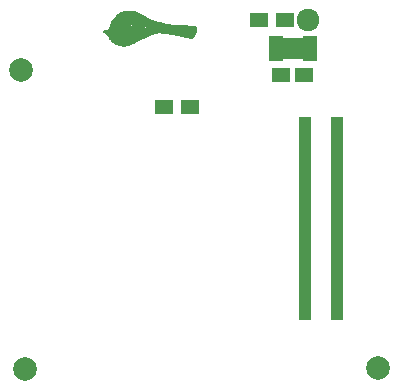
<source format=gbs>
G04 #@! TF.FileFunction,Soldermask,Bot*
%FSLAX46Y46*%
G04 Gerber Fmt 4.6, Leading zero omitted, Abs format (unit mm)*
G04 Created by KiCad (PCBNEW 4.0.1-stable) date Tuesday, March 08, 2016 'AMt' 11:46:43 AM*
%MOMM*%
G01*
G04 APERTURE LIST*
%ADD10C,0.100000*%
%ADD11C,0.010000*%
%ADD12C,2.000000*%
%ADD13R,1.060000X0.630000*%
%ADD14R,1.060000X0.750000*%
%ADD15R,1.600000X1.150000*%
%ADD16R,1.150000X0.700000*%
%ADD17R,1.275000X1.125000*%
%ADD18R,1.600000X1.300000*%
%ADD19C,1.924000*%
G04 APERTURE END LIST*
D10*
D11*
G36*
X142941031Y-93376897D02*
X142978866Y-93375122D01*
X143014763Y-93372050D01*
X143050412Y-93367549D01*
X143087499Y-93361488D01*
X143112537Y-93356774D01*
X143149505Y-93349127D01*
X143184770Y-93340944D01*
X143219378Y-93331892D01*
X143254376Y-93321636D01*
X143290809Y-93309844D01*
X143329722Y-93296182D01*
X143372161Y-93280316D01*
X143419173Y-93261912D01*
X143454737Y-93247594D01*
X143501958Y-93228195D01*
X143549898Y-93208057D01*
X143598959Y-93186989D01*
X143649547Y-93164801D01*
X143702066Y-93141305D01*
X143756921Y-93116311D01*
X143814514Y-93089628D01*
X143875251Y-93061068D01*
X143939536Y-93030441D01*
X144007773Y-92997558D01*
X144080365Y-92962228D01*
X144157719Y-92924263D01*
X144240236Y-92883472D01*
X144328323Y-92839667D01*
X144386085Y-92810823D01*
X144467799Y-92770036D01*
X144543732Y-92732302D01*
X144614358Y-92697404D01*
X144680149Y-92665125D01*
X144741577Y-92635248D01*
X144799115Y-92607556D01*
X144853235Y-92581833D01*
X144904409Y-92557862D01*
X144953111Y-92535425D01*
X144999811Y-92514305D01*
X145044982Y-92494286D01*
X145089097Y-92475152D01*
X145132629Y-92456684D01*
X145176049Y-92438666D01*
X145219829Y-92420881D01*
X145264443Y-92403112D01*
X145310363Y-92385143D01*
X145327542Y-92378491D01*
X145351524Y-92369207D01*
X145373788Y-92360545D01*
X145393348Y-92352891D01*
X145409219Y-92346634D01*
X145420414Y-92342160D01*
X145425784Y-92339930D01*
X145435832Y-92335427D01*
X145420698Y-92316151D01*
X145408889Y-92302098D01*
X145392920Y-92284518D01*
X145373921Y-92264551D01*
X145353023Y-92243337D01*
X145331357Y-92222014D01*
X145310055Y-92201723D01*
X145290246Y-92183603D01*
X145281681Y-92176080D01*
X145206102Y-92114961D01*
X145124352Y-92056762D01*
X145036747Y-92001625D01*
X144943601Y-91949694D01*
X144845231Y-91901114D01*
X144741952Y-91856027D01*
X144634079Y-91814578D01*
X144521928Y-91776909D01*
X144405814Y-91743165D01*
X144286054Y-91713490D01*
X144246278Y-91704719D01*
X144187253Y-91692433D01*
X144133414Y-91681987D01*
X144083205Y-91673123D01*
X144035074Y-91665587D01*
X143987469Y-91659123D01*
X143938835Y-91653474D01*
X143928778Y-91652412D01*
X143908732Y-91650815D01*
X143883512Y-91649562D01*
X143854439Y-91648652D01*
X143822833Y-91648087D01*
X143790014Y-91647866D01*
X143757303Y-91647989D01*
X143726020Y-91648457D01*
X143697485Y-91649270D01*
X143673019Y-91650428D01*
X143653941Y-91651931D01*
X143650083Y-91652371D01*
X143579587Y-91663641D01*
X143514668Y-91679223D01*
X143455314Y-91699125D01*
X143401511Y-91723358D01*
X143353246Y-91751929D01*
X143310506Y-91784848D01*
X143273275Y-91822125D01*
X143241542Y-91863767D01*
X143215292Y-91909784D01*
X143195814Y-91956444D01*
X143186564Y-91984664D01*
X143179950Y-92010210D01*
X143175611Y-92035330D01*
X143173189Y-92062274D01*
X143172323Y-92093290D01*
X143172311Y-92103310D01*
X143172506Y-92160217D01*
X143149541Y-92162570D01*
X143126577Y-92164922D01*
X143076819Y-92130990D01*
X143077261Y-92081641D01*
X143081246Y-92023410D01*
X143092027Y-91966659D01*
X143109427Y-91911805D01*
X143133267Y-91859268D01*
X143163369Y-91809464D01*
X143199554Y-91762812D01*
X143224774Y-91735845D01*
X143265410Y-91699000D01*
X143309140Y-91666629D01*
X143356472Y-91638509D01*
X143407911Y-91614416D01*
X143463966Y-91594127D01*
X143525143Y-91577416D01*
X143591948Y-91564062D01*
X143625389Y-91558887D01*
X143646455Y-91556611D01*
X143673303Y-91554815D01*
X143704675Y-91553500D01*
X143739315Y-91552666D01*
X143775966Y-91552312D01*
X143813369Y-91552438D01*
X143850269Y-91553044D01*
X143885407Y-91554130D01*
X143917526Y-91555697D01*
X143945370Y-91557743D01*
X143957000Y-91558912D01*
X144071247Y-91574085D01*
X144186379Y-91593945D01*
X144301524Y-91618230D01*
X144415809Y-91646679D01*
X144528359Y-91679031D01*
X144638303Y-91715025D01*
X144744766Y-91754400D01*
X144846876Y-91796894D01*
X144943760Y-91842246D01*
X144998608Y-91870502D01*
X145081718Y-91917249D01*
X145160658Y-91966369D01*
X145234981Y-92017513D01*
X145304241Y-92070332D01*
X145367993Y-92124478D01*
X145425791Y-92179603D01*
X145477188Y-92235357D01*
X145498880Y-92261520D01*
X145513589Y-92279428D01*
X145524647Y-92291741D01*
X145532321Y-92298733D01*
X145536878Y-92300678D01*
X145537106Y-92300627D01*
X145551682Y-92296988D01*
X145572129Y-92292861D01*
X145597296Y-92288412D01*
X145626029Y-92283807D01*
X145657174Y-92279213D01*
X145689579Y-92274796D01*
X145722091Y-92270724D01*
X145753556Y-92267163D01*
X145782821Y-92264280D01*
X145796736Y-92263107D01*
X145826996Y-92261370D01*
X145860509Y-92260689D01*
X145897721Y-92261091D01*
X145939075Y-92262602D01*
X145985017Y-92265250D01*
X146035991Y-92269062D01*
X146092441Y-92274063D01*
X146154812Y-92280281D01*
X146223548Y-92287744D01*
X146244764Y-92290147D01*
X146342696Y-92301961D01*
X146447110Y-92315747D01*
X146557726Y-92331456D01*
X146674267Y-92349038D01*
X146796454Y-92368441D01*
X146924011Y-92389614D01*
X147056657Y-92412508D01*
X147194117Y-92437072D01*
X147336110Y-92463254D01*
X147482360Y-92491005D01*
X147632588Y-92520273D01*
X147786517Y-92551009D01*
X147943867Y-92583160D01*
X148104361Y-92616678D01*
X148267721Y-92651511D01*
X148433669Y-92687608D01*
X148461972Y-92693834D01*
X148493505Y-92700732D01*
X148523573Y-92707213D01*
X148551326Y-92713101D01*
X148575913Y-92718220D01*
X148596484Y-92722393D01*
X148612186Y-92725444D01*
X148622170Y-92727196D01*
X148624250Y-92727480D01*
X148651629Y-92727397D01*
X148680597Y-92721802D01*
X148709337Y-92711360D01*
X148736032Y-92696737D01*
X148758863Y-92678600D01*
X148759577Y-92677903D01*
X148770334Y-92665542D01*
X148783559Y-92647416D01*
X148798873Y-92624218D01*
X148815898Y-92596638D01*
X148834253Y-92565367D01*
X148853562Y-92531098D01*
X148873444Y-92494521D01*
X148893521Y-92456329D01*
X148913415Y-92417211D01*
X148932747Y-92377861D01*
X148951137Y-92338969D01*
X148968208Y-92301226D01*
X148976938Y-92281112D01*
X149004418Y-92212172D01*
X149026295Y-92147247D01*
X149042564Y-92086369D01*
X149053220Y-92029572D01*
X149058258Y-91976888D01*
X149057674Y-91928350D01*
X149051462Y-91883992D01*
X149040303Y-91845645D01*
X149030721Y-91825383D01*
X149017158Y-91803470D01*
X149001359Y-91782372D01*
X148985072Y-91764559D01*
X148979089Y-91759140D01*
X148963700Y-91747229D01*
X148947081Y-91736713D01*
X148928689Y-91727482D01*
X148907978Y-91719426D01*
X148884406Y-91712435D01*
X148857427Y-91706398D01*
X148826498Y-91701206D01*
X148791074Y-91696748D01*
X148750612Y-91692914D01*
X148704567Y-91689595D01*
X148652396Y-91686679D01*
X148611903Y-91684818D01*
X148592132Y-91684039D01*
X148566304Y-91683124D01*
X148535416Y-91682103D01*
X148500464Y-91681006D01*
X148462446Y-91679863D01*
X148422357Y-91678706D01*
X148381195Y-91677563D01*
X148339956Y-91676466D01*
X148319097Y-91675930D01*
X148213132Y-91673135D01*
X148113623Y-91670272D01*
X148019971Y-91667312D01*
X147931576Y-91664226D01*
X147847840Y-91660984D01*
X147768162Y-91657556D01*
X147691944Y-91653914D01*
X147618587Y-91650028D01*
X147547491Y-91645868D01*
X147478056Y-91641405D01*
X147409683Y-91636610D01*
X147341774Y-91631452D01*
X147273729Y-91625904D01*
X147237833Y-91622832D01*
X147085425Y-91608516D01*
X146938916Y-91592499D01*
X146797314Y-91574574D01*
X146659629Y-91554538D01*
X146524869Y-91532187D01*
X146392042Y-91507314D01*
X146260156Y-91479717D01*
X146128221Y-91449189D01*
X145995244Y-91415527D01*
X145860234Y-91378526D01*
X145722199Y-91337982D01*
X145580149Y-91293689D01*
X145472181Y-91258484D01*
X145415529Y-91239585D01*
X145363101Y-91221819D01*
X145314324Y-91204921D01*
X145268627Y-91188623D01*
X145225437Y-91172660D01*
X145184184Y-91156765D01*
X145144295Y-91140673D01*
X145105199Y-91124116D01*
X145066325Y-91106830D01*
X145027099Y-91088548D01*
X144986952Y-91069003D01*
X144945310Y-91047929D01*
X144901602Y-91025061D01*
X144855257Y-91000131D01*
X144805703Y-90972875D01*
X144752368Y-90943025D01*
X144694680Y-90910316D01*
X144632068Y-90874481D01*
X144567306Y-90837185D01*
X144517113Y-90808257D01*
X144472343Y-90782550D01*
X144432339Y-90759702D01*
X144396445Y-90739352D01*
X144364006Y-90721137D01*
X144334365Y-90704697D01*
X144306866Y-90689670D01*
X144280853Y-90675693D01*
X144255670Y-90662406D01*
X144230662Y-90649446D01*
X144205172Y-90636451D01*
X144182778Y-90625180D01*
X144117461Y-90593259D01*
X144056674Y-90565298D01*
X143999369Y-90540936D01*
X143944501Y-90519812D01*
X143891022Y-90501564D01*
X143837885Y-90485831D01*
X143784043Y-90472252D01*
X143728449Y-90460463D01*
X143680975Y-90451906D01*
X143621699Y-90442525D01*
X143567114Y-90435151D01*
X143515196Y-90429623D01*
X143463926Y-90425777D01*
X143411279Y-90423450D01*
X143355234Y-90422478D01*
X143316708Y-90422491D01*
X143290120Y-90422691D01*
X143265076Y-90422949D01*
X143242670Y-90423249D01*
X143223997Y-90423574D01*
X143210149Y-90423908D01*
X143202223Y-90424233D01*
X143202056Y-90424245D01*
X143111009Y-90433260D01*
X143021200Y-90446904D01*
X142933485Y-90464958D01*
X142848718Y-90487202D01*
X142767756Y-90513417D01*
X142691455Y-90543381D01*
X142633791Y-90570183D01*
X142547957Y-90617081D01*
X142464330Y-90670623D01*
X142382988Y-90730727D01*
X142304006Y-90797310D01*
X142227461Y-90870292D01*
X142153429Y-90949589D01*
X142081985Y-91035121D01*
X142013207Y-91126804D01*
X141947171Y-91224558D01*
X141883952Y-91328299D01*
X141823627Y-91437947D01*
X141819300Y-91446254D01*
X141782293Y-91521266D01*
X141747779Y-91599011D01*
X141715400Y-91680420D01*
X141684798Y-91766426D01*
X141655612Y-91857961D01*
X141639110Y-91914242D01*
X141631543Y-91940831D01*
X141385806Y-92039956D01*
X141346329Y-92055931D01*
X141308813Y-92071209D01*
X141273766Y-92085578D01*
X141241694Y-92098827D01*
X141213102Y-92110743D01*
X141188498Y-92121113D01*
X141168388Y-92129726D01*
X141153278Y-92136370D01*
X141143674Y-92140832D01*
X141140083Y-92142899D01*
X141140069Y-92142945D01*
X141142644Y-92145822D01*
X141150115Y-92153035D01*
X141162098Y-92164238D01*
X141178213Y-92179083D01*
X141198078Y-92197224D01*
X141221310Y-92218314D01*
X141247529Y-92242006D01*
X141276351Y-92267952D01*
X141307395Y-92295807D01*
X141340280Y-92325222D01*
X141365847Y-92348034D01*
X141591625Y-92549259D01*
X141606003Y-92588978D01*
X141634338Y-92659052D01*
X141667586Y-92725955D01*
X141706152Y-92790293D01*
X141750445Y-92852676D01*
X141800870Y-92913713D01*
X141857835Y-92974010D01*
X141874224Y-92990083D01*
X141941538Y-93050261D01*
X142014130Y-93105941D01*
X142091734Y-93156990D01*
X142174086Y-93203278D01*
X142260921Y-93244670D01*
X142351974Y-93281036D01*
X142446979Y-93312242D01*
X142545671Y-93338158D01*
X142591750Y-93348166D01*
X142636147Y-93356803D01*
X142675869Y-93363573D01*
X142712979Y-93368705D01*
X142749540Y-93372428D01*
X142787614Y-93374971D01*
X142829265Y-93376561D01*
X142852806Y-93377084D01*
X142899574Y-93377507D01*
X142941031Y-93376897D01*
X142941031Y-93376897D01*
G37*
X142941031Y-93376897D02*
X142978866Y-93375122D01*
X143014763Y-93372050D01*
X143050412Y-93367549D01*
X143087499Y-93361488D01*
X143112537Y-93356774D01*
X143149505Y-93349127D01*
X143184770Y-93340944D01*
X143219378Y-93331892D01*
X143254376Y-93321636D01*
X143290809Y-93309844D01*
X143329722Y-93296182D01*
X143372161Y-93280316D01*
X143419173Y-93261912D01*
X143454737Y-93247594D01*
X143501958Y-93228195D01*
X143549898Y-93208057D01*
X143598959Y-93186989D01*
X143649547Y-93164801D01*
X143702066Y-93141305D01*
X143756921Y-93116311D01*
X143814514Y-93089628D01*
X143875251Y-93061068D01*
X143939536Y-93030441D01*
X144007773Y-92997558D01*
X144080365Y-92962228D01*
X144157719Y-92924263D01*
X144240236Y-92883472D01*
X144328323Y-92839667D01*
X144386085Y-92810823D01*
X144467799Y-92770036D01*
X144543732Y-92732302D01*
X144614358Y-92697404D01*
X144680149Y-92665125D01*
X144741577Y-92635248D01*
X144799115Y-92607556D01*
X144853235Y-92581833D01*
X144904409Y-92557862D01*
X144953111Y-92535425D01*
X144999811Y-92514305D01*
X145044982Y-92494286D01*
X145089097Y-92475152D01*
X145132629Y-92456684D01*
X145176049Y-92438666D01*
X145219829Y-92420881D01*
X145264443Y-92403112D01*
X145310363Y-92385143D01*
X145327542Y-92378491D01*
X145351524Y-92369207D01*
X145373788Y-92360545D01*
X145393348Y-92352891D01*
X145409219Y-92346634D01*
X145420414Y-92342160D01*
X145425784Y-92339930D01*
X145435832Y-92335427D01*
X145420698Y-92316151D01*
X145408889Y-92302098D01*
X145392920Y-92284518D01*
X145373921Y-92264551D01*
X145353023Y-92243337D01*
X145331357Y-92222014D01*
X145310055Y-92201723D01*
X145290246Y-92183603D01*
X145281681Y-92176080D01*
X145206102Y-92114961D01*
X145124352Y-92056762D01*
X145036747Y-92001625D01*
X144943601Y-91949694D01*
X144845231Y-91901114D01*
X144741952Y-91856027D01*
X144634079Y-91814578D01*
X144521928Y-91776909D01*
X144405814Y-91743165D01*
X144286054Y-91713490D01*
X144246278Y-91704719D01*
X144187253Y-91692433D01*
X144133414Y-91681987D01*
X144083205Y-91673123D01*
X144035074Y-91665587D01*
X143987469Y-91659123D01*
X143938835Y-91653474D01*
X143928778Y-91652412D01*
X143908732Y-91650815D01*
X143883512Y-91649562D01*
X143854439Y-91648652D01*
X143822833Y-91648087D01*
X143790014Y-91647866D01*
X143757303Y-91647989D01*
X143726020Y-91648457D01*
X143697485Y-91649270D01*
X143673019Y-91650428D01*
X143653941Y-91651931D01*
X143650083Y-91652371D01*
X143579587Y-91663641D01*
X143514668Y-91679223D01*
X143455314Y-91699125D01*
X143401511Y-91723358D01*
X143353246Y-91751929D01*
X143310506Y-91784848D01*
X143273275Y-91822125D01*
X143241542Y-91863767D01*
X143215292Y-91909784D01*
X143195814Y-91956444D01*
X143186564Y-91984664D01*
X143179950Y-92010210D01*
X143175611Y-92035330D01*
X143173189Y-92062274D01*
X143172323Y-92093290D01*
X143172311Y-92103310D01*
X143172506Y-92160217D01*
X143149541Y-92162570D01*
X143126577Y-92164922D01*
X143076819Y-92130990D01*
X143077261Y-92081641D01*
X143081246Y-92023410D01*
X143092027Y-91966659D01*
X143109427Y-91911805D01*
X143133267Y-91859268D01*
X143163369Y-91809464D01*
X143199554Y-91762812D01*
X143224774Y-91735845D01*
X143265410Y-91699000D01*
X143309140Y-91666629D01*
X143356472Y-91638509D01*
X143407911Y-91614416D01*
X143463966Y-91594127D01*
X143525143Y-91577416D01*
X143591948Y-91564062D01*
X143625389Y-91558887D01*
X143646455Y-91556611D01*
X143673303Y-91554815D01*
X143704675Y-91553500D01*
X143739315Y-91552666D01*
X143775966Y-91552312D01*
X143813369Y-91552438D01*
X143850269Y-91553044D01*
X143885407Y-91554130D01*
X143917526Y-91555697D01*
X143945370Y-91557743D01*
X143957000Y-91558912D01*
X144071247Y-91574085D01*
X144186379Y-91593945D01*
X144301524Y-91618230D01*
X144415809Y-91646679D01*
X144528359Y-91679031D01*
X144638303Y-91715025D01*
X144744766Y-91754400D01*
X144846876Y-91796894D01*
X144943760Y-91842246D01*
X144998608Y-91870502D01*
X145081718Y-91917249D01*
X145160658Y-91966369D01*
X145234981Y-92017513D01*
X145304241Y-92070332D01*
X145367993Y-92124478D01*
X145425791Y-92179603D01*
X145477188Y-92235357D01*
X145498880Y-92261520D01*
X145513589Y-92279428D01*
X145524647Y-92291741D01*
X145532321Y-92298733D01*
X145536878Y-92300678D01*
X145537106Y-92300627D01*
X145551682Y-92296988D01*
X145572129Y-92292861D01*
X145597296Y-92288412D01*
X145626029Y-92283807D01*
X145657174Y-92279213D01*
X145689579Y-92274796D01*
X145722091Y-92270724D01*
X145753556Y-92267163D01*
X145782821Y-92264280D01*
X145796736Y-92263107D01*
X145826996Y-92261370D01*
X145860509Y-92260689D01*
X145897721Y-92261091D01*
X145939075Y-92262602D01*
X145985017Y-92265250D01*
X146035991Y-92269062D01*
X146092441Y-92274063D01*
X146154812Y-92280281D01*
X146223548Y-92287744D01*
X146244764Y-92290147D01*
X146342696Y-92301961D01*
X146447110Y-92315747D01*
X146557726Y-92331456D01*
X146674267Y-92349038D01*
X146796454Y-92368441D01*
X146924011Y-92389614D01*
X147056657Y-92412508D01*
X147194117Y-92437072D01*
X147336110Y-92463254D01*
X147482360Y-92491005D01*
X147632588Y-92520273D01*
X147786517Y-92551009D01*
X147943867Y-92583160D01*
X148104361Y-92616678D01*
X148267721Y-92651511D01*
X148433669Y-92687608D01*
X148461972Y-92693834D01*
X148493505Y-92700732D01*
X148523573Y-92707213D01*
X148551326Y-92713101D01*
X148575913Y-92718220D01*
X148596484Y-92722393D01*
X148612186Y-92725444D01*
X148622170Y-92727196D01*
X148624250Y-92727480D01*
X148651629Y-92727397D01*
X148680597Y-92721802D01*
X148709337Y-92711360D01*
X148736032Y-92696737D01*
X148758863Y-92678600D01*
X148759577Y-92677903D01*
X148770334Y-92665542D01*
X148783559Y-92647416D01*
X148798873Y-92624218D01*
X148815898Y-92596638D01*
X148834253Y-92565367D01*
X148853562Y-92531098D01*
X148873444Y-92494521D01*
X148893521Y-92456329D01*
X148913415Y-92417211D01*
X148932747Y-92377861D01*
X148951137Y-92338969D01*
X148968208Y-92301226D01*
X148976938Y-92281112D01*
X149004418Y-92212172D01*
X149026295Y-92147247D01*
X149042564Y-92086369D01*
X149053220Y-92029572D01*
X149058258Y-91976888D01*
X149057674Y-91928350D01*
X149051462Y-91883992D01*
X149040303Y-91845645D01*
X149030721Y-91825383D01*
X149017158Y-91803470D01*
X149001359Y-91782372D01*
X148985072Y-91764559D01*
X148979089Y-91759140D01*
X148963700Y-91747229D01*
X148947081Y-91736713D01*
X148928689Y-91727482D01*
X148907978Y-91719426D01*
X148884406Y-91712435D01*
X148857427Y-91706398D01*
X148826498Y-91701206D01*
X148791074Y-91696748D01*
X148750612Y-91692914D01*
X148704567Y-91689595D01*
X148652396Y-91686679D01*
X148611903Y-91684818D01*
X148592132Y-91684039D01*
X148566304Y-91683124D01*
X148535416Y-91682103D01*
X148500464Y-91681006D01*
X148462446Y-91679863D01*
X148422357Y-91678706D01*
X148381195Y-91677563D01*
X148339956Y-91676466D01*
X148319097Y-91675930D01*
X148213132Y-91673135D01*
X148113623Y-91670272D01*
X148019971Y-91667312D01*
X147931576Y-91664226D01*
X147847840Y-91660984D01*
X147768162Y-91657556D01*
X147691944Y-91653914D01*
X147618587Y-91650028D01*
X147547491Y-91645868D01*
X147478056Y-91641405D01*
X147409683Y-91636610D01*
X147341774Y-91631452D01*
X147273729Y-91625904D01*
X147237833Y-91622832D01*
X147085425Y-91608516D01*
X146938916Y-91592499D01*
X146797314Y-91574574D01*
X146659629Y-91554538D01*
X146524869Y-91532187D01*
X146392042Y-91507314D01*
X146260156Y-91479717D01*
X146128221Y-91449189D01*
X145995244Y-91415527D01*
X145860234Y-91378526D01*
X145722199Y-91337982D01*
X145580149Y-91293689D01*
X145472181Y-91258484D01*
X145415529Y-91239585D01*
X145363101Y-91221819D01*
X145314324Y-91204921D01*
X145268627Y-91188623D01*
X145225437Y-91172660D01*
X145184184Y-91156765D01*
X145144295Y-91140673D01*
X145105199Y-91124116D01*
X145066325Y-91106830D01*
X145027099Y-91088548D01*
X144986952Y-91069003D01*
X144945310Y-91047929D01*
X144901602Y-91025061D01*
X144855257Y-91000131D01*
X144805703Y-90972875D01*
X144752368Y-90943025D01*
X144694680Y-90910316D01*
X144632068Y-90874481D01*
X144567306Y-90837185D01*
X144517113Y-90808257D01*
X144472343Y-90782550D01*
X144432339Y-90759702D01*
X144396445Y-90739352D01*
X144364006Y-90721137D01*
X144334365Y-90704697D01*
X144306866Y-90689670D01*
X144280853Y-90675693D01*
X144255670Y-90662406D01*
X144230662Y-90649446D01*
X144205172Y-90636451D01*
X144182778Y-90625180D01*
X144117461Y-90593259D01*
X144056674Y-90565298D01*
X143999369Y-90540936D01*
X143944501Y-90519812D01*
X143891022Y-90501564D01*
X143837885Y-90485831D01*
X143784043Y-90472252D01*
X143728449Y-90460463D01*
X143680975Y-90451906D01*
X143621699Y-90442525D01*
X143567114Y-90435151D01*
X143515196Y-90429623D01*
X143463926Y-90425777D01*
X143411279Y-90423450D01*
X143355234Y-90422478D01*
X143316708Y-90422491D01*
X143290120Y-90422691D01*
X143265076Y-90422949D01*
X143242670Y-90423249D01*
X143223997Y-90423574D01*
X143210149Y-90423908D01*
X143202223Y-90424233D01*
X143202056Y-90424245D01*
X143111009Y-90433260D01*
X143021200Y-90446904D01*
X142933485Y-90464958D01*
X142848718Y-90487202D01*
X142767756Y-90513417D01*
X142691455Y-90543381D01*
X142633791Y-90570183D01*
X142547957Y-90617081D01*
X142464330Y-90670623D01*
X142382988Y-90730727D01*
X142304006Y-90797310D01*
X142227461Y-90870292D01*
X142153429Y-90949589D01*
X142081985Y-91035121D01*
X142013207Y-91126804D01*
X141947171Y-91224558D01*
X141883952Y-91328299D01*
X141823627Y-91437947D01*
X141819300Y-91446254D01*
X141782293Y-91521266D01*
X141747779Y-91599011D01*
X141715400Y-91680420D01*
X141684798Y-91766426D01*
X141655612Y-91857961D01*
X141639110Y-91914242D01*
X141631543Y-91940831D01*
X141385806Y-92039956D01*
X141346329Y-92055931D01*
X141308813Y-92071209D01*
X141273766Y-92085578D01*
X141241694Y-92098827D01*
X141213102Y-92110743D01*
X141188498Y-92121113D01*
X141168388Y-92129726D01*
X141153278Y-92136370D01*
X141143674Y-92140832D01*
X141140083Y-92142899D01*
X141140069Y-92142945D01*
X141142644Y-92145822D01*
X141150115Y-92153035D01*
X141162098Y-92164238D01*
X141178213Y-92179083D01*
X141198078Y-92197224D01*
X141221310Y-92218314D01*
X141247529Y-92242006D01*
X141276351Y-92267952D01*
X141307395Y-92295807D01*
X141340280Y-92325222D01*
X141365847Y-92348034D01*
X141591625Y-92549259D01*
X141606003Y-92588978D01*
X141634338Y-92659052D01*
X141667586Y-92725955D01*
X141706152Y-92790293D01*
X141750445Y-92852676D01*
X141800870Y-92913713D01*
X141857835Y-92974010D01*
X141874224Y-92990083D01*
X141941538Y-93050261D01*
X142014130Y-93105941D01*
X142091734Y-93156990D01*
X142174086Y-93203278D01*
X142260921Y-93244670D01*
X142351974Y-93281036D01*
X142446979Y-93312242D01*
X142545671Y-93338158D01*
X142591750Y-93348166D01*
X142636147Y-93356803D01*
X142675869Y-93363573D01*
X142712979Y-93368705D01*
X142749540Y-93372428D01*
X142787614Y-93374971D01*
X142829265Y-93376561D01*
X142852806Y-93377084D01*
X142899574Y-93377507D01*
X142941031Y-93376897D01*
D12*
X134250000Y-95420000D03*
X164460000Y-120650000D03*
X134580000Y-120750000D03*
D13*
X161005000Y-115800000D03*
X158295000Y-115800000D03*
X161005000Y-100200000D03*
X158295000Y-100200000D03*
X161005000Y-115400000D03*
X161005000Y-115000000D03*
X161005000Y-114600000D03*
X161005000Y-114200000D03*
X161005000Y-113800000D03*
X161005000Y-113400000D03*
X161005000Y-113000000D03*
X161005000Y-112600000D03*
X161005000Y-112200000D03*
X161005000Y-111800000D03*
X161005000Y-111400000D03*
X161005000Y-111000000D03*
X161005000Y-110600000D03*
X161005000Y-110200000D03*
X161005000Y-109800000D03*
X161005000Y-109400000D03*
X161005000Y-109000000D03*
X161005000Y-108600000D03*
X161005000Y-108200000D03*
X161005000Y-107800000D03*
X161005000Y-107400000D03*
X161005000Y-107000000D03*
X161005000Y-106600000D03*
X161005000Y-106200000D03*
X161005000Y-105800000D03*
X161005000Y-105400000D03*
X161005000Y-105000000D03*
X161005000Y-104600000D03*
X161005000Y-104200000D03*
X161005000Y-103800000D03*
X161005000Y-103400000D03*
X161005000Y-103000000D03*
X161005000Y-102600000D03*
X161005000Y-102200000D03*
X161005000Y-101800000D03*
X161005000Y-101400000D03*
X161005000Y-101000000D03*
X161005000Y-100600000D03*
D14*
X161005000Y-99725000D03*
X158295000Y-99725000D03*
X161005000Y-116275000D03*
X158295000Y-116275000D03*
D13*
X158295000Y-100600000D03*
X158295000Y-101000000D03*
X158295000Y-101400000D03*
X158295000Y-101800000D03*
X158295000Y-102200000D03*
X158295000Y-102600000D03*
X158295000Y-103000000D03*
X158295000Y-103400000D03*
X158295000Y-103800000D03*
X158295000Y-104200000D03*
X158295000Y-104600000D03*
X158295000Y-105000000D03*
X158295000Y-105400000D03*
X158295000Y-105800000D03*
X158295000Y-106200000D03*
X158295000Y-106600000D03*
X158295000Y-107000000D03*
X158295000Y-107400000D03*
X158295000Y-107800000D03*
X158295000Y-108200000D03*
X158295000Y-108600000D03*
X158295000Y-109000000D03*
X158295000Y-109400000D03*
X158295000Y-109800000D03*
X158295000Y-110200000D03*
X158295000Y-110600000D03*
X158295000Y-111000000D03*
X158295000Y-111400000D03*
X158295000Y-111800000D03*
X158295000Y-112200000D03*
X158295000Y-112600000D03*
X158295000Y-113000000D03*
X158295000Y-113400000D03*
X158295000Y-113800000D03*
X158295000Y-114200000D03*
X158295000Y-114600000D03*
X158295000Y-115000000D03*
X158295000Y-115400000D03*
D15*
X156250000Y-95900000D03*
X158150000Y-95900000D03*
D16*
X158712500Y-92862500D03*
X158712500Y-93362500D03*
X158712500Y-93862500D03*
X158712500Y-94362500D03*
X155812500Y-94362500D03*
X155812500Y-93862500D03*
X155812500Y-93362500D03*
X155812500Y-92862500D03*
D17*
X156825000Y-93975000D03*
X156825000Y-93250000D03*
X157700000Y-93975000D03*
X157700000Y-93250000D03*
D18*
X156550000Y-91200000D03*
X154350000Y-91200000D03*
D19*
X158550000Y-91250000D03*
D18*
X146310000Y-98590000D03*
X148510000Y-98590000D03*
M02*

</source>
